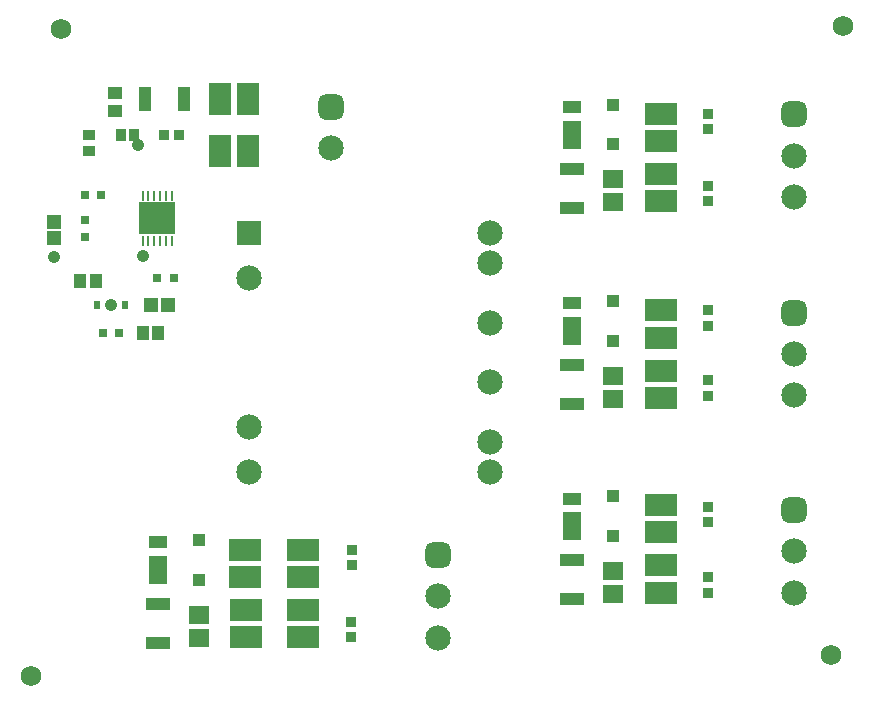
<source format=gts>
G04*
G04 #@! TF.GenerationSoftware,Altium Limited,Altium Designer,23.1.1 (15)*
G04*
G04 Layer_Color=8388736*
%FSLAX42Y42*%
%MOMM*%
G71*
G04*
G04 #@! TF.SameCoordinates,F7E502E2-2775-4CE4-A648-0EBC044B2D6D*
G04*
G04*
G04 #@! TF.FilePolarity,Negative*
G04*
G01*
G75*
%ADD20R,0.70X0.70*%
%ADD23R,2.71X1.90*%
%ADD24R,1.50X1.05*%
%ADD25R,1.50X2.40*%
%ADD26R,0.90X0.85*%
%ADD27R,2.05X1.10*%
G04:AMPARAMS|DCode=29|XSize=0.91mm|YSize=0.24mm|CornerRadius=0.12mm|HoleSize=0mm|Usage=FLASHONLY|Rotation=270.000|XOffset=0mm|YOffset=0mm|HoleType=Round|Shape=RoundedRectangle|*
%AMROUNDEDRECTD29*
21,1,0.91,0.00,0,0,270.0*
21,1,0.67,0.24,0,0,270.0*
1,1,0.24,0.00,-0.33*
1,1,0.24,0.00,0.33*
1,1,0.24,0.00,0.33*
1,1,0.24,0.00,-0.33*
%
%ADD29ROUNDEDRECTD29*%
%ADD30R,0.24X0.91*%
%ADD31R,1.10X2.05*%
%ADD33R,0.70X0.70*%
%ADD34R,0.85X0.90*%
%ADD35R,0.56X0.69*%
%ADD36R,1.90X2.71*%
%ADD42R,1.20X1.30*%
%ADD43R,1.05X1.05*%
%ADD44R,1.75X1.55*%
%ADD45R,3.10X2.70*%
%ADD46R,1.30X1.10*%
%ADD47R,1.30X1.20*%
%ADD48R,1.00X1.15*%
%ADD49R,1.10X1.20*%
%ADD50R,1.10X0.90*%
%ADD51R,0.90X1.05*%
%ADD52C,1.73*%
%ADD53C,2.15*%
G04:AMPARAMS|DCode=54|XSize=2.15mm|YSize=2.15mm|CornerRadius=0.59mm|HoleSize=0mm|Usage=FLASHONLY|Rotation=270.000|XOffset=0mm|YOffset=0mm|HoleType=Round|Shape=RoundedRectangle|*
%AMROUNDEDRECTD54*
21,1,2.15,0.98,0,0,270.0*
21,1,0.98,2.15,0,0,270.0*
1,1,1.18,-0.49,-0.49*
1,1,1.18,-0.49,0.49*
1,1,1.18,0.49,0.49*
1,1,1.18,0.49,-0.49*
%
%ADD54ROUNDEDRECTD54*%
%ADD55C,2.15*%
%ADD56R,2.15X2.15*%
%ADD57C,1.07*%
D20*
X1267Y3573D02*
D03*
X1407D02*
D03*
X807Y3103D02*
D03*
X947D02*
D03*
X796Y4272D02*
D03*
X656D02*
D03*
D23*
X5530Y1646D02*
D03*
Y1416D02*
D03*
Y906D02*
D03*
Y1136D02*
D03*
X2017Y759D02*
D03*
Y529D02*
D03*
X2015Y1041D02*
D03*
Y1271D02*
D03*
X2502Y760D02*
D03*
Y530D02*
D03*
X2502Y1041D02*
D03*
Y1271D02*
D03*
X5530Y3066D02*
D03*
Y3296D02*
D03*
Y2556D02*
D03*
Y2786D02*
D03*
Y4731D02*
D03*
Y4961D02*
D03*
Y4221D02*
D03*
Y4451D02*
D03*
D24*
X4780Y1703D02*
D03*
X1275Y1333D02*
D03*
X4780Y3356D02*
D03*
Y5021D02*
D03*
D25*
Y1466D02*
D03*
X1275Y1096D02*
D03*
X4780Y3118D02*
D03*
Y4783D02*
D03*
D26*
X5930Y1630D02*
D03*
Y1500D02*
D03*
Y1035D02*
D03*
Y905D02*
D03*
X2905Y660D02*
D03*
Y530D02*
D03*
X2915Y1266D02*
D03*
Y1136D02*
D03*
X5930Y3167D02*
D03*
Y3297D02*
D03*
Y2575D02*
D03*
Y2705D02*
D03*
Y4832D02*
D03*
Y4962D02*
D03*
Y4220D02*
D03*
Y4350D02*
D03*
D27*
X4780Y851D02*
D03*
Y1181D02*
D03*
X1275Y476D02*
D03*
Y806D02*
D03*
X4780Y2501D02*
D03*
Y2831D02*
D03*
Y4491D02*
D03*
Y4161D02*
D03*
D29*
X1394Y3887D02*
D03*
X1344D02*
D03*
X1294D02*
D03*
X1244D02*
D03*
X1194D02*
D03*
X1144D02*
D03*
Y4267D02*
D03*
X1194D02*
D03*
X1244D02*
D03*
X1294D02*
D03*
X1344D02*
D03*
D30*
X1394D02*
D03*
D31*
X1492Y5083D02*
D03*
X1162D02*
D03*
D33*
X657Y3917D02*
D03*
Y4057D02*
D03*
D34*
X1452Y4783D02*
D03*
X1322D02*
D03*
D35*
X755Y3343D02*
D03*
X999D02*
D03*
D36*
X2033Y4643D02*
D03*
X1802D02*
D03*
Y5083D02*
D03*
X2033D02*
D03*
D42*
X1217Y3343D02*
D03*
X1357D02*
D03*
D43*
X5130Y1721D02*
D03*
Y1386D02*
D03*
X1625Y1348D02*
D03*
Y1013D02*
D03*
X5130Y5038D02*
D03*
Y4703D02*
D03*
Y3373D02*
D03*
Y3038D02*
D03*
D44*
Y1093D02*
D03*
Y898D02*
D03*
X1625Y521D02*
D03*
Y716D02*
D03*
X5130Y4211D02*
D03*
Y4406D02*
D03*
Y2546D02*
D03*
Y2741D02*
D03*
D45*
X1269Y4077D02*
D03*
D46*
X907Y4983D02*
D03*
Y5133D02*
D03*
D47*
X396Y3905D02*
D03*
Y4045D02*
D03*
D48*
X752Y3543D02*
D03*
X617D02*
D03*
D49*
X1147Y3103D02*
D03*
X1277D02*
D03*
D50*
X687Y4643D02*
D03*
Y4783D02*
D03*
D51*
X1075Y4783D02*
D03*
X960D02*
D03*
D52*
X200Y200D02*
D03*
X450Y5675D02*
D03*
X6975Y375D02*
D03*
X7075Y5700D02*
D03*
D53*
X3645Y525D02*
D03*
Y875D02*
D03*
X6660Y4256D02*
D03*
Y4606D02*
D03*
Y906D02*
D03*
Y1256D02*
D03*
Y2926D02*
D03*
Y2576D02*
D03*
X2737Y4668D02*
D03*
D54*
X3645Y1225D02*
D03*
X6660Y4956D02*
D03*
Y1606D02*
D03*
Y3276D02*
D03*
X2737Y5018D02*
D03*
D55*
X4082Y1925D02*
D03*
Y2179D02*
D03*
Y2687D02*
D03*
Y3188D02*
D03*
Y3696D02*
D03*
Y3950D02*
D03*
X2047Y1925D02*
D03*
Y2306D02*
D03*
Y3569D02*
D03*
D56*
Y3950D02*
D03*
D57*
X1144Y3754D02*
D03*
X1108Y4699D02*
D03*
X874Y3343D02*
D03*
X397Y3750D02*
D03*
M02*

</source>
